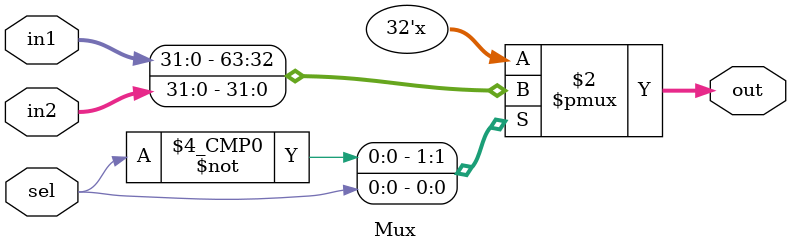
<source format=v>
`timescale 1ns / 1ps


module Mux(
    input wire [31:0] in1,
    input wire [31:0] in2,
    input wire sel,
    output reg [31:0] out
    );

    always @(in1, in2, sel) begin
        case(sel)
            1'b0: out = in1;
            1'b1: out = in2;
            default: out = 32'b0;
        endcase        
    end
endmodule

</source>
